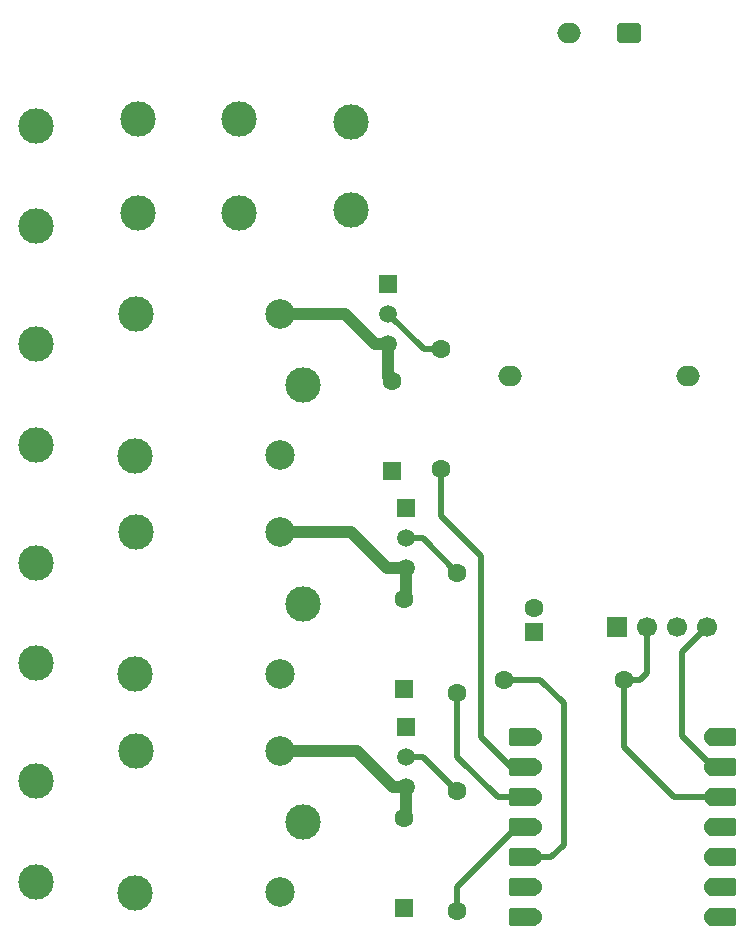
<source format=gbr>
%TF.GenerationSoftware,KiCad,Pcbnew,9.0.5*%
%TF.CreationDate,2025-11-05T07:39:25+01:00*%
%TF.ProjectId,power-sequencer-pcb,706f7765-722d-4736-9571-75656e636572,B*%
%TF.SameCoordinates,Original*%
%TF.FileFunction,Copper,L1,Top*%
%TF.FilePolarity,Positive*%
%FSLAX46Y46*%
G04 Gerber Fmt 4.6, Leading zero omitted, Abs format (unit mm)*
G04 Created by KiCad (PCBNEW 9.0.5) date 2025-11-05 07:39:25*
%MOMM*%
%LPD*%
G01*
G04 APERTURE LIST*
G04 Aperture macros list*
%AMRoundRect*
0 Rectangle with rounded corners*
0 $1 Rounding radius*
0 $2 $3 $4 $5 $6 $7 $8 $9 X,Y pos of 4 corners*
0 Add a 4 corners polygon primitive as box body*
4,1,4,$2,$3,$4,$5,$6,$7,$8,$9,$2,$3,0*
0 Add four circle primitives for the rounded corners*
1,1,$1+$1,$2,$3*
1,1,$1+$1,$4,$5*
1,1,$1+$1,$6,$7*
1,1,$1+$1,$8,$9*
0 Add four rect primitives between the rounded corners*
20,1,$1+$1,$2,$3,$4,$5,0*
20,1,$1+$1,$4,$5,$6,$7,0*
20,1,$1+$1,$6,$7,$8,$9,0*
20,1,$1+$1,$8,$9,$2,$3,0*%
G04 Aperture macros list end*
%TA.AperFunction,ComponentPad*%
%ADD10C,3.000000*%
%TD*%
%TA.AperFunction,ComponentPad*%
%ADD11C,1.600000*%
%TD*%
%TA.AperFunction,ComponentPad*%
%ADD12RoundRect,0.250000X0.550000X-0.550000X0.550000X0.550000X-0.550000X0.550000X-0.550000X-0.550000X0*%
%TD*%
%TA.AperFunction,ComponentPad*%
%ADD13C,2.500000*%
%TD*%
%TA.AperFunction,SMDPad,CuDef*%
%ADD14RoundRect,0.152400X-1.063600X-0.609600X1.063600X-0.609600X1.063600X0.609600X-1.063600X0.609600X0*%
%TD*%
%TA.AperFunction,ComponentPad*%
%ADD15C,1.524000*%
%TD*%
%TA.AperFunction,SMDPad,CuDef*%
%ADD16RoundRect,0.152400X1.063600X0.609600X-1.063600X0.609600X-1.063600X-0.609600X1.063600X-0.609600X0*%
%TD*%
%TA.AperFunction,ComponentPad*%
%ADD17R,1.500000X1.500000*%
%TD*%
%TA.AperFunction,ComponentPad*%
%ADD18C,1.500000*%
%TD*%
%TA.AperFunction,ComponentPad*%
%ADD19R,1.700000X1.700000*%
%TD*%
%TA.AperFunction,ComponentPad*%
%ADD20C,1.700000*%
%TD*%
%TA.AperFunction,ComponentPad*%
%ADD21RoundRect,0.250000X-0.750000X0.600000X-0.750000X-0.600000X0.750000X-0.600000X0.750000X0.600000X0*%
%TD*%
%TA.AperFunction,ComponentPad*%
%ADD22O,2.000000X1.700000*%
%TD*%
%TA.AperFunction,Conductor*%
%ADD23C,1.000000*%
%TD*%
%TA.AperFunction,Conductor*%
%ADD24C,0.500000*%
%TD*%
G04 APERTURE END LIST*
D10*
%TO.P,SW2,1,A*%
%TO.N,Net-(SW2-A)*%
X103500000Y-69000000D03*
%TO.P,SW2,2,B*%
%TO.N,AC_L*%
X103500000Y-77000000D03*
%TD*%
%TO.P,J1,1,Pin_1*%
%TO.N,Net-(J1-Pin_1)*%
X86307500Y-78095000D03*
%TO.P,J1,2,Pin_2*%
%TO.N,AC_N*%
X86307500Y-69595000D03*
%TD*%
%TO.P,J2,1,Pin_1*%
%TO.N,Net-(J2-Pin_1)*%
X86307500Y-96595000D03*
%TO.P,J2,2,Pin_2*%
%TO.N,AC_N*%
X86307500Y-88095000D03*
%TD*%
%TO.P,J4,1,Pin_1*%
%TO.N,Net-(J4-Pin_1)*%
X86307500Y-133595000D03*
%TO.P,J4,2,Pin_2*%
%TO.N,AC_N*%
X86307500Y-125095000D03*
%TD*%
D11*
%TO.P,R3,1*%
%TO.N,Net-(Q2-B)*%
X122000000Y-107420000D03*
%TO.P,R3,2*%
%TO.N,Net-(U1-GPIO4{slash}MISO)*%
X122000000Y-117580000D03*
%TD*%
D12*
%TO.P,D3,1,K*%
%TO.N,+5V*%
X117500000Y-135810000D03*
D11*
%TO.P,D3,2,A*%
%TO.N,Net-(D3-A)*%
X117500000Y-128190000D03*
%TD*%
%TO.P,R2,1*%
%TO.N,Net-(Q1-B)*%
X120595000Y-88515000D03*
%TO.P,R2,2*%
%TO.N,Net-(U1-GPIO2{slash}SCK)*%
X120595000Y-98675000D03*
%TD*%
D10*
%TO.P,K2,1*%
%TO.N,AC_L*%
X108950000Y-110050000D03*
D13*
%TO.P,K2,2*%
%TO.N,Net-(D2-A)*%
X107000000Y-104000000D03*
D10*
%TO.P,K2,3*%
%TO.N,Net-(J3-Pin_1)*%
X94800000Y-104000000D03*
%TO.P,K2,4*%
%TO.N,unconnected-(K2-Pad4)*%
X94750000Y-116050000D03*
D13*
%TO.P,K2,5*%
%TO.N,+5V*%
X107000000Y-116000000D03*
%TD*%
D10*
%TO.P,RV1,1*%
%TO.N,AC_L*%
X113000000Y-76750000D03*
%TO.P,RV1,2*%
%TO.N,AC_N*%
X113000000Y-69250000D03*
%TD*%
D12*
%TO.P,C1,1*%
%TO.N,+5V*%
X128500000Y-112455113D03*
D11*
%TO.P,C1,2*%
%TO.N,DC_GND*%
X128500000Y-110455113D03*
%TD*%
D14*
%TO.P,U1,1,GPIO26/ADC0/A0*%
%TO.N,unconnected-(U1-GPIO26{slash}ADC0{slash}A0-Pad1)*%
X144455000Y-136620000D03*
D15*
X143620000Y-136620000D03*
D14*
%TO.P,U1,2,GPIO27/ADC1/A1*%
%TO.N,unconnected-(U1-GPIO27{slash}ADC1{slash}A1-Pad2)*%
X144455000Y-134080000D03*
D15*
X143620000Y-134080000D03*
D14*
%TO.P,U1,3,GPIO28/ADC2/A2*%
%TO.N,unconnected-(U1-GPIO28{slash}ADC2{slash}A2-Pad3)*%
X144455000Y-131540000D03*
D15*
X143620000Y-131540000D03*
D14*
%TO.P,U1,4,GPIO29/ADC3/A3*%
%TO.N,unconnected-(U1-GPIO29{slash}ADC3{slash}A3-Pad4)*%
X144455000Y-129000000D03*
D15*
X143620000Y-129000000D03*
D14*
%TO.P,U1,5,GPIO6/SDA*%
%TO.N,BUTTON*%
X144455000Y-126460000D03*
D15*
X143620000Y-126460000D03*
D14*
%TO.P,U1,6,GPIO7/SCL*%
%TO.N,LED*%
X144455000Y-123920000D03*
D15*
X143620000Y-123920000D03*
D14*
%TO.P,U1,7,GPIO0/TX*%
%TO.N,unconnected-(U1-GPIO0{slash}TX-Pad7)*%
X144455000Y-121380000D03*
D15*
X143620000Y-121380000D03*
%TO.P,U1,8,GPIO1/RX*%
%TO.N,unconnected-(U1-GPIO1{slash}RX-Pad8)*%
X128380000Y-121380000D03*
D16*
X127545000Y-121380000D03*
D15*
%TO.P,U1,9,GPIO2/SCK*%
%TO.N,Net-(U1-GPIO2{slash}SCK)*%
X128380000Y-123920000D03*
D16*
X127545000Y-123920000D03*
D15*
%TO.P,U1,10,GPIO4/MISO*%
%TO.N,Net-(U1-GPIO4{slash}MISO)*%
X128380000Y-126460000D03*
D16*
X127545000Y-126460000D03*
D15*
%TO.P,U1,11,GPIO3/MOSI*%
%TO.N,Net-(U1-GPIO3{slash}MOSI)*%
X128380000Y-129000000D03*
D16*
X127545000Y-129000000D03*
D15*
%TO.P,U1,12,3V3*%
%TO.N,+3V3*%
X128380000Y-131540000D03*
D16*
X127545000Y-131540000D03*
D15*
%TO.P,U1,13,GND*%
%TO.N,DC_GND*%
X128380000Y-134080000D03*
D16*
X127545000Y-134080000D03*
D15*
%TO.P,U1,14,VBUS*%
%TO.N,+5V*%
X128380000Y-136620000D03*
D16*
X127545000Y-136620000D03*
%TD*%
D10*
%TO.P,J3,1,Pin_1*%
%TO.N,Net-(J3-Pin_1)*%
X86307500Y-115095000D03*
%TO.P,J3,2,Pin_2*%
%TO.N,AC_N*%
X86307500Y-106595000D03*
%TD*%
D12*
%TO.P,D2,1,K*%
%TO.N,+5V*%
X117500000Y-117310000D03*
D11*
%TO.P,D2,2,A*%
%TO.N,Net-(D2-A)*%
X117500000Y-109690000D03*
%TD*%
D10*
%TO.P,K3,1*%
%TO.N,AC_L*%
X108950000Y-128550000D03*
D13*
%TO.P,K3,2*%
%TO.N,Net-(D3-A)*%
X107000000Y-122500000D03*
D10*
%TO.P,K3,3*%
%TO.N,Net-(J4-Pin_1)*%
X94800000Y-122500000D03*
%TO.P,K3,4*%
%TO.N,unconnected-(K3-Pad4)*%
X94750000Y-134550000D03*
D13*
%TO.P,K3,5*%
%TO.N,+5V*%
X107000000Y-134500000D03*
%TD*%
D11*
%TO.P,R4,1*%
%TO.N,Net-(Q3-B)*%
X122000000Y-125920000D03*
%TO.P,R4,2*%
%TO.N,Net-(U1-GPIO3{slash}MOSI)*%
X122000000Y-136080000D03*
%TD*%
D12*
%TO.P,D1,1,K*%
%TO.N,+5V*%
X116500000Y-98810000D03*
D11*
%TO.P,D1,2,A*%
%TO.N,Net-(D1-A)*%
X116500000Y-91190000D03*
%TD*%
D10*
%TO.P,K1,1*%
%TO.N,AC_L*%
X108950000Y-91550000D03*
D13*
%TO.P,K1,2*%
%TO.N,Net-(D1-A)*%
X107000000Y-85500000D03*
D10*
%TO.P,K1,3*%
%TO.N,Net-(J2-Pin_1)*%
X94800000Y-85500000D03*
%TO.P,K1,4*%
%TO.N,unconnected-(K1-Pad4)*%
X94750000Y-97550000D03*
D13*
%TO.P,K1,5*%
%TO.N,+5V*%
X107000000Y-97500000D03*
%TD*%
D17*
%TO.P,Q3,1,E*%
%TO.N,DC_GND*%
X117640000Y-120460000D03*
D18*
%TO.P,Q3,2,B*%
%TO.N,Net-(Q3-B)*%
X117640000Y-123000000D03*
%TO.P,Q3,3,C*%
%TO.N,Net-(D3-A)*%
X117640000Y-125540000D03*
%TD*%
D19*
%TO.P,SW1,1,1*%
%TO.N,DC_GND*%
X135500000Y-112000000D03*
D20*
%TO.P,SW1,2,2*%
%TO.N,BUTTON*%
X138040000Y-112000000D03*
%TO.P,SW1,3,K*%
%TO.N,DC_GND*%
X140580000Y-112000000D03*
%TO.P,SW1,4,A*%
%TO.N,LED*%
X143120000Y-112000000D03*
%TD*%
D21*
%TO.P,PS1,1,AC/L*%
%TO.N,AC_L*%
X136500000Y-61712500D03*
D22*
%TO.P,PS1,2,AC/N*%
%TO.N,AC_N*%
X131500000Y-61712500D03*
%TO.P,PS1,3,-Vout*%
%TO.N,DC_GND*%
X141500000Y-90792500D03*
%TO.P,PS1,4,+Vout*%
%TO.N,+5V*%
X126500000Y-90792500D03*
%TD*%
D11*
%TO.P,R1,1*%
%TO.N,BUTTON*%
X136080000Y-116500000D03*
%TO.P,R1,2*%
%TO.N,+3V3*%
X125920000Y-116500000D03*
%TD*%
D17*
%TO.P,Q1,1,E*%
%TO.N,DC_GND*%
X116140000Y-82960000D03*
D18*
%TO.P,Q1,2,B*%
%TO.N,Net-(Q1-B)*%
X116140000Y-85500000D03*
%TO.P,Q1,3,C*%
%TO.N,Net-(D1-A)*%
X116140000Y-88040000D03*
%TD*%
D10*
%TO.P,F1,1*%
%TO.N,Net-(J1-Pin_1)*%
X95000000Y-77000000D03*
%TO.P,F1,2*%
%TO.N,Net-(SW2-A)*%
X95000000Y-69000000D03*
%TD*%
D17*
%TO.P,Q2,1,E*%
%TO.N,DC_GND*%
X117640000Y-101960000D03*
D18*
%TO.P,Q2,2,B*%
%TO.N,Net-(Q2-B)*%
X117640000Y-104500000D03*
%TO.P,Q2,3,C*%
%TO.N,Net-(D2-A)*%
X117640000Y-107040000D03*
%TD*%
D23*
%TO.N,Net-(D3-A)*%
X107000000Y-122500000D02*
X113500000Y-122500000D01*
X113500000Y-122500000D02*
X116540000Y-125540000D01*
X116540000Y-125540000D02*
X117640000Y-125540000D01*
%TO.N,Net-(D2-A)*%
X107000000Y-104000000D02*
X113000000Y-104000000D01*
X113000000Y-104000000D02*
X116040000Y-107040000D01*
X116040000Y-107040000D02*
X117640000Y-107040000D01*
%TO.N,Net-(D1-A)*%
X107000000Y-85500000D02*
X112500000Y-85500000D01*
X112500000Y-85500000D02*
X115040000Y-88040000D01*
X115040000Y-88040000D02*
X116140000Y-88040000D01*
X116140000Y-88040000D02*
X116140000Y-90830000D01*
X116140000Y-90830000D02*
X116500000Y-91190000D01*
%TO.N,Net-(D2-A)*%
X117640000Y-107040000D02*
X117640000Y-109550000D01*
X117640000Y-109550000D02*
X117500000Y-109690000D01*
%TO.N,Net-(D3-A)*%
X117640000Y-125540000D02*
X117640000Y-128050000D01*
X117640000Y-128050000D02*
X117500000Y-128190000D01*
D24*
%TO.N,Net-(D2-A)*%
X117500000Y-107180000D02*
X117640000Y-107040000D01*
%TO.N,Net-(D3-A)*%
X117500000Y-125680000D02*
X117640000Y-125540000D01*
%TO.N,Net-(Q1-B)*%
X120595000Y-88515000D02*
X119155000Y-88515000D01*
X119155000Y-88515000D02*
X116140000Y-85500000D01*
%TO.N,Net-(Q2-B)*%
X117640000Y-104500000D02*
X119080000Y-104500000D01*
X119080000Y-104500000D02*
X122000000Y-107420000D01*
%TO.N,Net-(Q3-B)*%
X117640000Y-123000000D02*
X119080000Y-123000000D01*
X119080000Y-123000000D02*
X122000000Y-125920000D01*
%TO.N,BUTTON*%
X138040000Y-115960000D02*
X137500000Y-116500000D01*
X136080000Y-122191500D02*
X136080000Y-116500000D01*
X140348500Y-126460000D02*
X136080000Y-122191500D01*
X138040000Y-112000000D02*
X138040000Y-115960000D01*
X137500000Y-116500000D02*
X136080000Y-116500000D01*
X143620000Y-126460000D02*
X140348500Y-126460000D01*
%TO.N,LED*%
X141000000Y-121300000D02*
X141000000Y-114120000D01*
X141000000Y-114120000D02*
X143120000Y-112000000D01*
X143620000Y-123920000D02*
X141000000Y-121300000D01*
%TO.N,+3V3*%
X131000000Y-118500000D02*
X129000000Y-116500000D01*
X131000000Y-130500000D02*
X131000000Y-118500000D01*
X128380000Y-131540000D02*
X129960000Y-131540000D01*
X129960000Y-131540000D02*
X131000000Y-130500000D01*
X129000000Y-116500000D02*
X125920000Y-116500000D01*
%TO.N,Net-(U1-GPIO3{slash}MOSI)*%
X127033870Y-129000000D02*
X122000000Y-134033870D01*
X122000000Y-136080000D02*
X122000000Y-134033870D01*
X128380000Y-129000000D02*
X127033870Y-129000000D01*
%TO.N,Net-(U1-GPIO4{slash}MISO)*%
X128380000Y-126460000D02*
X125460000Y-126460000D01*
X125460000Y-126460000D02*
X122000000Y-123000000D01*
X122000000Y-123000000D02*
X122000000Y-117580000D01*
%TO.N,Net-(U1-GPIO2{slash}SCK)*%
X124000000Y-121349130D02*
X124000000Y-106000000D01*
X120595000Y-102595000D02*
X120595000Y-98675000D01*
X128380000Y-123920000D02*
X126570870Y-123920000D01*
X124000000Y-106000000D02*
X120595000Y-102595000D01*
X126570870Y-123920000D02*
X124000000Y-121349130D01*
%TD*%
M02*

</source>
